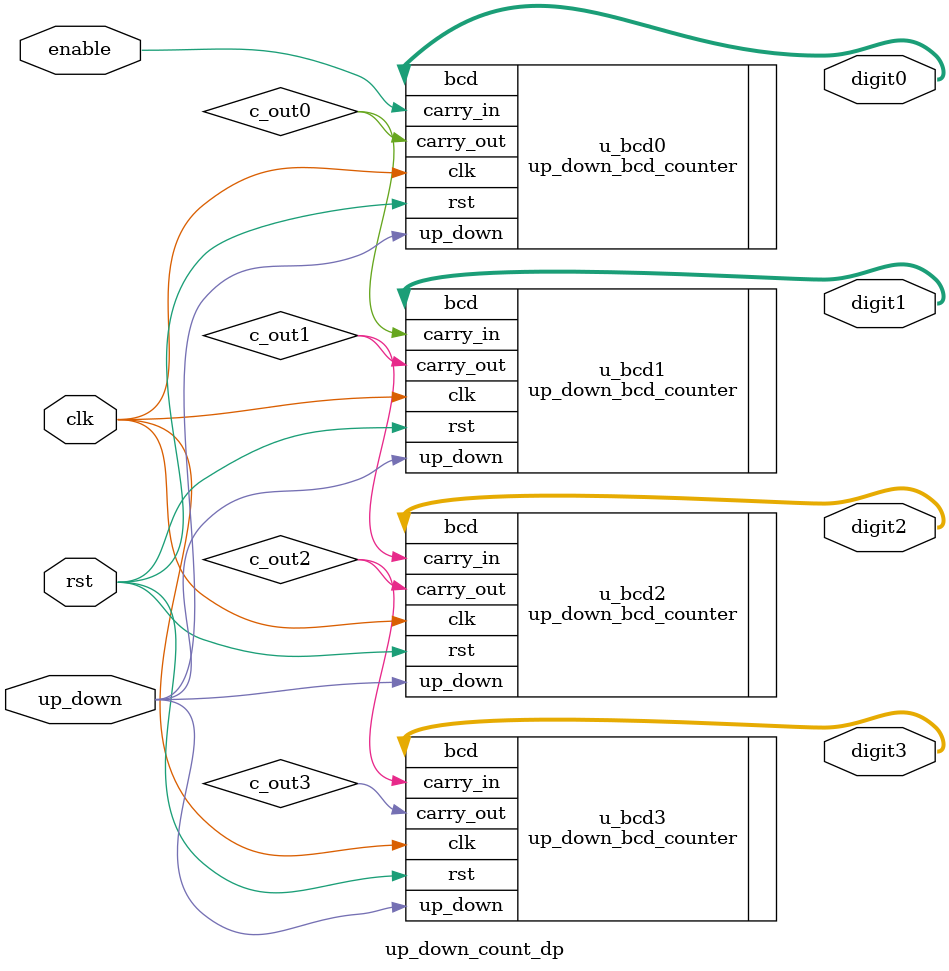
<source format=sv>
`timescale 1ns / 1ps

module up_down_count_dp (output logic [3:0] digit3, output logic [3:0] digit2,
	output logic [3:0] digit1, output logic [3:0] digit0,
	input logic enable, input logic up_down, input logic rst, input clk);

	logic c_out0, c_out1, c_out2;	// internal carry out signals

	// instantiate the 4 binary coded decimal counters
	up_down_bcd_counter u_bcd0 (.bcd(digit0), .carry_out(c_out0),
		.carry_in(enable), .up_down, .rst, .clk);

	up_down_bcd_counter u_bcd1 (.bcd(digit1), .carry_out(c_out1),
		.carry_in(c_out0), .up_down, .rst, .clk);

	up_down_bcd_counter u_bcd2 (.bcd(digit2), .carry_out(c_out2),
		.carry_in(c_out1), .up_down, .rst, .clk);

	up_down_bcd_counter u_bcd3 (.bcd(digit3), .carry_out(c_out3),
		.carry_in(c_out2), .up_down, .rst, .clk);

endmodule

</source>
